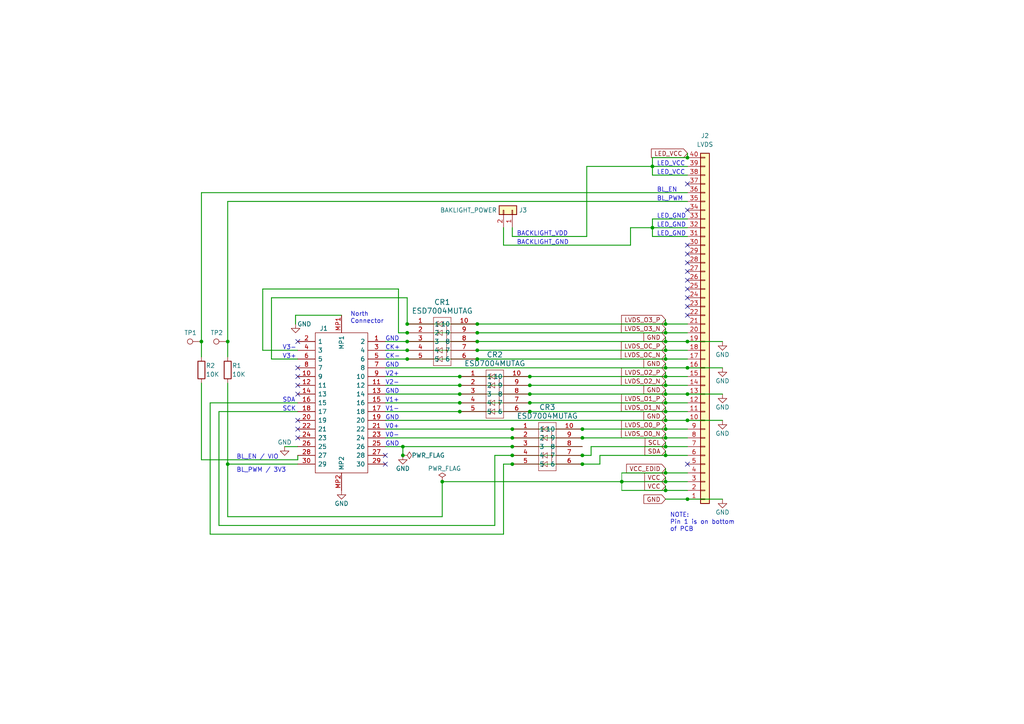
<source format=kicad_sch>
(kicad_sch (version 20231120) (generator "eeschema") (generator_version "8.0")
  (paper "A4")
  (title_block (title "LVDS adapter board") (date "2024-05-13") (rev "V0.09") (company "Copyright (C) 2023-2024 Victor Suarez Rovere") (comment 1 "License:  CERN OHL-S") (comment 2 "PCB design:  Mitch Altman & Victor Suarez Rovere") (comment 3 "Schematics capture:  Mitch Altman & Victor Suarez Rovere") (comment 4 "Circuit design & parts selection:  Victor Suarez Rovere"))
  (lib_symbols
    (symbol "Connector:TestPoint" (pin_numbers hide) (pin_names (offset 0.762) hide)
      (property "Reference" "TP" (at 0 6.858 0))
      (property "Value" "TestPoint" (at 0 5.08 0))
      (symbol "TestPoint_0_1"
        (circle (center 0 3.302) (radius 0.762))
      )
      (symbol "TestPoint_1_1"
        (pin passive line (at 0 0 90) (length 2.54) (name "1") (number "1"))
      )
    )
    (symbol "Connector_Generic:Conn_01x02" (pin_names (offset 1.016) hide)
      (property "Reference" "J" (at 0 2.54 0))
      (property "Value" "Conn_01x02" (at 0 -5.08 0))
      (symbol "Conn_01x02_1_1"
        (rectangle (start -1.27 -2.413) (end 0 -2.667) (stroke (width 0.1524)))
        (rectangle (start -1.27 0.127) (end 0 -0.127) (stroke (width 0.1524)))
        (rectangle (start -1.27 1.27) (end 1.27 -3.81) (stroke (width 0.254)) (fill (type background)))
        (pin passive line (at -5.08 0 0) (length 3.81) (name "Pin_1") (number "1"))
        (pin passive line (at -5.08 -2.54 0) (length 3.81) (name "Pin_2") (number "2"))
      )
    )
    (symbol "Connector_Generic:Conn_01x40" (pin_names (offset 1.016) hide)
      (property "Reference" "J" (at 0 50.8 0))
      (property "Value" "Conn_01x40" (at 0 -53.34 0))
      (symbol "Conn_01x40_1_1"
        (rectangle (start -1.27 -50.673) (end 0 -50.927) (stroke (width 0.1524)))
        (rectangle (start -1.27 -48.133) (end 0 -48.387) (stroke (width 0.1524)))
        (rectangle (start -1.27 -45.593) (end 0 -45.847) (stroke (width 0.1524)))
        (rectangle (start -1.27 -43.053) (end 0 -43.307) (stroke (width 0.1524)))
        (rectangle (start -1.27 -40.513) (end 0 -40.767) (stroke (width 0.1524)))
        (rectangle (start -1.27 -37.973) (end 0 -38.227) (stroke (width 0.1524)))
        (rectangle (start -1.27 -35.433) (end 0 -35.687) (stroke (width 0.1524)))
        (rectangle (start -1.27 -32.893) (end 0 -33.147) (stroke (width 0.1524)))
        (rectangle (start -1.27 -30.353) (end 0 -30.607) (stroke (width 0.1524)))
        (rectangle (start -1.27 -27.813) (end 0 -28.067) (stroke (width 0.1524)))
        (rectangle (start -1.27 -25.273) (end 0 -25.527) (stroke (width 0.1524)))
        (rectangle (start -1.27 -22.733) (end 0 -22.987) (stroke (width 0.1524)))
        (rectangle (start -1.27 -20.193) (end 0 -20.447) (stroke (width 0.1524)))
        (rectangle (start -1.27 -17.653) (end 0 -17.907) (stroke (width 0.1524)))
        (rectangle (start -1.27 -15.113) (end 0 -15.367) (stroke (width 0.1524)))
        (rectangle (start -1.27 -12.573) (end 0 -12.827) (stroke (width 0.1524)))
        (rectangle (start -1.27 -10.033) (end 0 -10.287) (stroke (width 0.1524)))
        (rectangle (start -1.27 -7.493) (end 0 -7.747) (stroke (width 0.1524)))
        (rectangle (start -1.27 -4.953) (end 0 -5.207) (stroke (width 0.1524)))
        (rectangle (start -1.27 -2.413) (end 0 -2.667) (stroke (width 0.1524)))
        (rectangle (start -1.27 0.127) (end 0 -0.127) (stroke (width 0.1524)))
        (rectangle (start -1.27 2.667) (end 0 2.413) (stroke (width 0.1524)))
        (rectangle (start -1.27 5.207) (end 0 4.953) (stroke (width 0.1524)))
        (rectangle (start -1.27 7.747) (end 0 7.493) (stroke (width 0.1524)))
        (rectangle (start -1.27 10.287) (end 0 10.033) (stroke (width 0.1524)))
        (rectangle (start -1.27 12.827) (end 0 12.573) (stroke (width 0.1524)))
        (rectangle (start -1.27 15.367) (end 0 15.113) (stroke (width 0.1524)))
        (rectangle (start -1.27 17.907) (end 0 17.653) (stroke (width 0.1524)))
        (rectangle (start -1.27 20.447) (end 0 20.193) (stroke (width 0.1524)))
        (rectangle (start -1.27 22.987) (end 0 22.733) (stroke (width 0.1524)))
        (rectangle (start -1.27 25.527) (end 0 25.273) (stroke (width 0.1524)))
        (rectangle (start -1.27 28.067) (end 0 27.813) (stroke (width 0.1524)))
        (rectangle (start -1.27 30.607) (end 0 30.353) (stroke (width 0.1524)))
        (rectangle (start -1.27 33.147) (end 0 32.893) (stroke (width 0.1524)))
        (rectangle (start -1.27 35.687) (end 0 35.433) (stroke (width 0.1524)))
        (rectangle (start -1.27 38.227) (end 0 37.973) (stroke (width 0.1524)))
        (rectangle (start -1.27 40.767) (end 0 40.513) (stroke (width 0.1524)))
        (rectangle (start -1.27 43.307) (end 0 43.053) (stroke (width 0.1524)))
        (rectangle (start -1.27 45.847) (end 0 45.593) (stroke (width 0.1524)))
        (rectangle (start -1.27 48.387) (end 0 48.133) (stroke (width 0.1524)))
        (rectangle (start -1.27 49.53) (end 1.27 -52.07) (stroke (width 0.254)) (fill (type background)))
        (pin passive line (at -5.08 48.26 0) (length 3.81) (name "Pin_1") (number "1"))
        (pin passive line (at -5.08 25.4 0) (length 3.81) (name "Pin_10") (number "10"))
        (pin passive line (at -5.08 22.86 0) (length 3.81) (name "Pin_11") (number "11"))
        (pin passive line (at -5.08 20.32 0) (length 3.81) (name "Pin_12") (number "12"))
        (pin passive line (at -5.08 17.78 0) (length 3.81) (name "Pin_13") (number "13"))
        (pin passive line (at -5.08 15.24 0) (length 3.81) (name "Pin_14") (number "14"))
        (pin passive line (at -5.08 12.7 0) (length 3.81) (name "Pin_15") (number "15"))
        (pin passive line (at -5.08 10.16 0) (length 3.81) (name "Pin_16") (number "16"))
        (pin passive line (at -5.08 7.62 0) (length 3.81) (name "Pin_17") (number "17"))
        (pin passive line (at -5.08 5.08 0) (length 3.81) (name "Pin_18") (number "18"))
        (pin passive line (at -5.08 2.54 0) (length 3.81) (name "Pin_19") (number "19"))
        (pin passive line (at -5.08 45.72 0) (length 3.81) (name "Pin_2") (number "2"))
        (pin passive line (at -5.08 0 0) (length 3.81) (name "Pin_20") (number "20"))
        (pin passive line (at -5.08 -2.54 0) (length 3.81) (name "Pin_21") (number "21"))
        (pin passive line (at -5.08 -5.08 0) (length 3.81) (name "Pin_22") (number "22"))
        (pin passive line (at -5.08 -7.62 0) (length 3.81) (name "Pin_23") (number "23"))
        (pin passive line (at -5.08 -10.16 0) (length 3.81) (name "Pin_24") (number "24"))
        (pin passive line (at -5.08 -12.7 0) (length 3.81) (name "Pin_25") (number "25"))
        (pin passive line (at -5.08 -15.24 0) (length 3.81) (name "Pin_26") (number "26"))
        (pin passive line (at -5.08 -17.78 0) (length 3.81) (name "Pin_27") (number "27"))
        (pin passive line (at -5.08 -20.32 0) (length 3.81) (name "Pin_28") (number "28"))
        (pin passive line (at -5.08 -22.86 0) (length 3.81) (name "Pin_29") (number "29"))
        (pin passive line (at -5.08 43.18 0) (length 3.81) (name "Pin_3") (number "3"))
        (pin passive line (at -5.08 -25.4 0) (length 3.81) (name "Pin_30") (number "30"))
        (pin passive line (at -5.08 -27.94 0) (length 3.81) (name "Pin_31") (number "31"))
        (pin passive line (at -5.08 -30.48 0) (length 3.81) (name "Pin_32") (number "32"))
        (pin passive line (at -5.08 -33.02 0) (length 3.81) (name "Pin_33") (number "33"))
        (pin passive line (at -5.08 -35.56 0) (length 3.81) (name "Pin_34") (number "34"))
        (pin passive line (at -5.08 -38.1 0) (length 3.81) (name "Pin_35") (number "35"))
        (pin passive line (at -5.08 -40.64 0) (length 3.81) (name "Pin_36") (number "36"))
        (pin passive line (at -5.08 -43.18 0) (length 3.81) (name "Pin_37") (number "37"))
        (pin passive line (at -5.08 -45.72 0) (length 3.81) (name "Pin_38") (number "38"))
        (pin passive line (at -5.08 -48.26 0) (length 3.81) (name "Pin_39") (number "39"))
        (pin passive line (at -5.08 40.64 0) (length 3.81) (name "Pin_4") (number "4"))
        (pin passive line (at -5.08 -50.8 0) (length 3.81) (name "Pin_40") (number "40"))
        (pin passive line (at -5.08 38.1 0) (length 3.81) (name "Pin_5") (number "5"))
        (pin passive line (at -5.08 35.56 0) (length 3.81) (name "Pin_6") (number "6"))
        (pin passive line (at -5.08 33.02 0) (length 3.81) (name "Pin_7") (number "7"))
        (pin passive line (at -5.08 30.48 0) (length 3.81) (name "Pin_8") (number "8"))
        (pin passive line (at -5.08 27.94 0) (length 3.81) (name "Pin_9") (number "9"))
      )
    )
    (symbol "DF12NB_3.0_-30DP-0.5V_51__1" (pin_names (offset 0.762))
      (property "Reference" "J1" (at 46.99 6.35 90))
      (symbol "DF12NB_3.0_-30DP-0.5V_51__1_0_0"
        (pin passive line (at 50.8 0 180) (length 5.08) (name "MP1") (number "MP1"))
        (pin passive line (at 0 0 0) (length 5.08) (name "MP2") (number "MP2"))
      )
      (symbol "DF12NB_3.0_-30DP-0.5V_51__1_0_1"
        (polyline (pts (xy 5.08 7.62) (xy 45.72 7.62) (xy 45.72 -7.62) (xy 5.08 -7.62) (xy 5.08 7.62)) (stroke (width 0.1524)))
      )
      (symbol "DF12NB_3.0_-30DP-0.5V_51__1_1_0"
        (pin passive line (at 43.18 -12.7 90) (length 5.08) (name "2") (number "1"))
        (pin passive line (at 33.02 12.7 270) (length 5.08) (name "9") (number "10"))
        (pin passive line (at 30.48 -12.7 90) (length 5.08) (name "12") (number "11"))
        (pin passive line (at 30.48 12.7 270) (length 5.08) (name "11") (number "12"))
        (pin passive line (at 27.94 -12.7 90) (length 5.08) (name "14") (number "13"))
        (pin passive line (at 27.94 12.7 270) (length 5.08) (name "13") (number "14"))
        (pin passive line (at 25.4 -12.7 90) (length 5.08) (name "16") (number "15"))
        (pin passive line (at 25.4 12.7 270) (length 5.08) (name "15") (number "16"))
        (pin passive line (at 22.86 -12.7 90) (length 5.08) (name "18") (number "17"))
        (pin passive line (at 22.86 12.7 270) (length 5.08) (name "17") (number "18"))
        (pin passive line (at 20.32 -12.7 90) (length 5.08) (name "20") (number "19"))
        (pin passive line (at 43.18 12.7 270) (length 5.08) (name "1") (number "2"))
        (pin passive line (at 20.32 12.7 270) (length 5.08) (name "19") (number "20"))
        (pin passive line (at 17.78 -12.7 90) (length 5.08) (name "22") (number "21"))
        (pin passive line (at 17.78 12.7 270) (length 5.08) (name "21") (number "22"))
        (pin passive line (at 15.24 -12.7 90) (length 5.08) (name "24") (number "23"))
        (pin passive line (at 15.24 12.7 270) (length 5.08) (name "23") (number "24"))
        (pin passive line (at 12.7 -12.7 90) (length 5.08) (name "26") (number "25"))
        (pin passive line (at 12.7 12.7 270) (length 5.08) (name "25") (number "26"))
        (pin passive line (at 10.16 -12.7 90) (length 5.08) (name "28") (number "27"))
        (pin passive line (at 10.16 12.7 270) (length 5.08) (name "27") (number "28"))
        (pin passive line (at 7.62 -12.7 90) (length 5.08) (name "30") (number "29"))
        (pin passive line (at 40.64 -12.7 90) (length 5.08) (name "4") (number "3"))
        (pin passive line (at 7.62 12.7 270) (length 5.08) (name "29") (number "30"))
        (pin passive line (at 40.64 12.7 270) (length 5.08) (name "3") (number "4"))
        (pin passive line (at 38.1 -12.7 90) (length 5.08) (name "6") (number "5"))
        (pin passive line (at 38.1 12.7 270) (length 5.08) (name "5") (number "6"))
        (pin passive line (at 35.56 -12.7 90) (length 5.08) (name "8") (number "7"))
        (pin passive line (at 35.56 12.7 270) (length 5.08) (name "7") (number "8"))
        (pin passive line (at 33.02 -12.7 90) (length 5.08) (name "10") (number "9"))
      )
    )
    (symbol "Device:R" (pin_numbers hide) (pin_names (offset 0))
      (property "Reference" "R" (at 2.032 0 90))
      (property "Value" "R" (at 0 0 90))
      (symbol "R_0_1"
        (rectangle (start -1.016 -2.54) (end 1.016 2.54) (stroke (width 0.254)))
      )
      (symbol "R_1_1"
        (pin passive line (at 0 3.81 270) (length 1.27) (name "~") (number "1"))
        (pin passive line (at 0 -3.81 90) (length 1.27) (name "~") (number "2"))
      )
    )
    (symbol "ESD7004MUTAG_1" (pin_names (offset 0.254))
      (property "Reference" "CR3" (at 10.16 6.35 0))
      (property "Value" "ESD7004MUTAG" (at 10.16 3.81 0))
      (symbol "ESD7004MUTAG_1_0_1"
        (polyline (pts (xy 7.62 -12.065) (xy 12.7 -12.065)) (stroke (width 0.127)))
        (polyline (pts (xy 7.62 -10.16) (xy 8.89 -10.16)) (stroke (width 0.127)))
        (polyline (pts (xy 7.62 -7.62) (xy 8.89 -7.62)) (stroke (width 0.127)))
        (polyline (pts (xy 7.62 -2.54) (xy 8.89 -2.54)) (stroke (width 0.127)))
        (polyline (pts (xy 7.62 0) (xy 8.89 0)) (stroke (width 0.127)))
        (polyline (pts (xy 7.62 1.905) (xy 7.62 -12.065)) (stroke (width 0.127)))
        (polyline (pts (xy 8.89 -10.922) (xy 8.636 -10.922)) (stroke (width 0.127)))
        (polyline (pts (xy 8.89 -10.16) (xy 10.16 -10.922)) (stroke (width 0.127)))
        (polyline (pts (xy 8.89 -9.398) (xy 8.89 -10.922)) (stroke (width 0.127)))
        (polyline (pts (xy 8.89 -9.398) (xy 9.144 -9.398)) (stroke (width 0.127)))
        (polyline (pts (xy 8.89 -8.382) (xy 8.636 -8.382)) (stroke (width 0.127)))
        (polyline (pts (xy 8.89 -7.62) (xy 10.16 -8.382)) (stroke (width 0.127)))
        (polyline (pts (xy 8.89 -6.858) (xy 8.89 -8.382)) (stroke (width 0.127)))
        (polyline (pts (xy 8.89 -6.858) (xy 9.144 -6.858)) (stroke (width 0.127)))
        (polyline (pts (xy 8.89 -3.302) (xy 8.636 -3.302)) (stroke (width 0.127)))
        (polyline (pts (xy 8.89 -2.54) (xy 10.16 -3.302)) (stroke (width 0.127)))
        (polyline (pts (xy 8.89 -1.778) (xy 8.89 -3.302)) (stroke (width 0.127)))
        (polyline (pts (xy 8.89 -1.778) (xy 9.144 -1.778)) (stroke (width 0.127)))
        (polyline (pts (xy 8.89 -0.762) (xy 8.636 -0.762)) (stroke (width 0.127)))
        (polyline (pts (xy 8.89 0) (xy 10.16 -0.762)) (stroke (width 0.127)))
        (polyline (pts (xy 8.89 0.762) (xy 8.89 -0.762)) (stroke (width 0.127)))
        (polyline (pts (xy 8.89 0.762) (xy 9.144 0.762)) (stroke (width 0.127)))
        (polyline (pts (xy 10.16 -10.922) (xy 10.16 -9.398)) (stroke (width 0.127)))
        (polyline (pts (xy 10.16 -10.16) (xy 11.43 -10.16)) (stroke (width 0.127)))
        (polyline (pts (xy 10.16 -9.398) (xy 8.89 -10.16)) (stroke (width 0.127)))
        (polyline (pts (xy 10.16 -8.382) (xy 10.16 -6.858)) (stroke (width 0.127)))
        (polyline (pts (xy 10.16 -7.62) (xy 11.43 -7.62)) (stroke (width 0.127)))
        (polyline (pts (xy 10.16 -6.858) (xy 8.89 -7.62)) (stroke (width 0.127)))
        (polyline (pts (xy 10.16 -3.302) (xy 10.16 -1.778)) (stroke (width 0.127)))
        (polyline (pts (xy 10.16 -2.54) (xy 11.43 -2.54)) (stroke (width 0.127)))
        (polyline (pts (xy 10.16 -1.778) (xy 8.89 -2.54)) (stroke (width 0.127)))
        (polyline (pts (xy 10.16 -0.762) (xy 10.16 0.762)) (stroke (width 0.127)))
        (polyline (pts (xy 10.16 0) (xy 11.43 0)) (stroke (width 0.127)))
        (polyline (pts (xy 10.16 0.762) (xy 8.89 0)) (stroke (width 0.127)))
        (polyline (pts (xy 11.43 0) (xy 11.43 -10.16)) (stroke (width 0.127)))
        (polyline (pts (xy 12.7 -12.065) (xy 12.7 1.905)) (stroke (width 0.127)))
        (polyline (pts (xy 12.7 -5.08) (xy 7.62 -5.08)) (stroke (width 0.127)))
        (polyline (pts (xy 12.7 1.905) (xy 7.62 1.905)) (stroke (width 0.127)))
        (circle (center 11.43 -7.62) (radius 0.127) (stroke (width 0.254)))
        (circle (center 11.43 -5.08) (radius 0.127) (stroke (width 0.254)))
        (circle (center 11.43 -2.54) (radius 0.127) (stroke (width 0.254)))
      )
      (symbol "ESD7004MUTAG_1_1_1"
        (pin passive line (at 0 0 0) (length 7.62) (name "1") (number "1"))
        (pin passive line (at 20.32 0 180) (length 7.62) (name "10") (number "10"))
        (pin passive line (at 0 -2.54 0) (length 7.62) (name "2") (number "2"))
        (pin passive line (at 0 -5.08 0) (length 7.62) (name "3") (number "3"))
        (pin passive line (at 0 -7.62 0) (length 7.62) (name "4") (number "4"))
        (pin passive line (at 0 -10.16 0) (length 7.62) (name "5") (number "5"))
        (pin passive line (at 20.32 -10.16 180) (length 7.62) (name "6") (number "6"))
        (pin passive line (at 20.32 -7.62 180) (length 7.62) (name "7") (number "7"))
        (pin passive line (at 20.32 -5.08 180) (length 7.62) (name "8") (number "8"))
        (pin passive line (at 20.32 -2.54 180) (length 7.62) (name "9") (number "9"))
      )
    )
    (symbol "ESD7004MUTAG_2" (pin_names (offset 0.254))
      (property "Reference" "CR1" (at 10.16 6.35 0))
      (property "Value" "ESD7004MUTAG" (at 10.16 3.81 0))
      (symbol "ESD7004MUTAG_2_0_1"
        (polyline (pts (xy 7.62 -12.065) (xy 12.7 -12.065)) (stroke (width 0.127)))
        (polyline (pts (xy 7.62 -10.16) (xy 8.89 -10.16)) (stroke (width 0.127)))
        (polyline (pts (xy 7.62 -7.62) (xy 8.89 -7.62)) (stroke (width 0.127)))
        (polyline (pts (xy 7.62 -2.54) (xy 8.89 -2.54)) (stroke (width 0.127)))
        (polyline (pts (xy 7.62 0) (xy 8.89 0)) (stroke (width 0.127)))
        (polyline (pts (xy 7.62 1.905) (xy 7.62 -12.065)) (stroke (width 0.127)))
        (polyline (pts (xy 8.89 -10.922) (xy 8.636 -10.922)) (stroke (width 0.127)))
        (polyline (pts (xy 8.89 -10.16) (xy 10.16 -10.922)) (stroke (width 0.127)))
        (polyline (pts (xy 8.89 -9.398) (xy 8.89 -10.922)) (stroke (width 0.127)))
        (polyline (pts (xy 8.89 -9.398) (xy 9.144 -9.398)) (stroke (width 0.127)))
        (polyline (pts (xy 8.89 -8.382) (xy 8.636 -8.382)) (stroke (width 0.127)))
        (polyline (pts (xy 8.89 -7.62) (xy 10.16 -8.382)) (stroke (width 0.127)))
        (polyline (pts (xy 8.89 -6.858) (xy 8.89 -8.382)) (stroke (width 0.127)))
        (polyline (pts (xy 8.89 -6.858) (xy 9.144 -6.858)) (stroke (width 0.127)))
        (polyline (pts (xy 8.89 -3.302) (xy 8.636 -3.302)) (stroke (width 0.127)))
        (polyline (pts (xy 8.89 -2.54) (xy 10.16 -3.302)) (stroke (width 0.127)))
        (polyline (pts (xy 8.89 -1.778) (xy 8.89 -3.302)) (stroke (width 0.127)))
        (polyline (pts (xy 8.89 -1.778) (xy 9.144 -1.778)) (stroke (width 0.127)))
        (polyline (pts (xy 8.89 -0.762) (xy 8.636 -0.762)) (stroke (width 0.127)))
        (polyline (pts (xy 8.89 0) (xy 10.16 -0.762)) (stroke (width 0.127)))
        (polyline (pts (xy 8.89 0.762) (xy 8.89 -0.762)) (stroke (width 0.127)))
        (polyline (pts (xy 8.89 0.762) (xy 9.144 0.762)) (stroke (width 0.127)))
        (polyline (pts (xy 10.16 -10.922) (xy 10.16 -9.398)) (stroke (width 0.127)))
        (polyline (pts (xy 10.16 -10.16) (xy 11.43 -10.16)) (stroke (width 0.127)))
        (polyline (pts (xy 10.16 -9.398) (xy 8.89 -10.16)) (stroke (width 0.127)))
        (polyline (pts (xy 10.16 -8.382) (xy 10.16 -6.858)) (stroke (width 0.127)))
        (polyline (pts (xy 10.16 -7.62) (xy 11.43 -7.62)) (stroke (width 0.127)))
        (polyline (pts (xy 10.16 -6.858) (xy 8.89 -7.62)) (stroke (width 0.127)))
        (polyline (pts (xy 10.16 -3.302) (xy 10.16 -1.778)) (stroke (width 0.127)))
        (polyline (pts (xy 10.16 -2.54) (xy 11.43 -2.54)) (stroke (width 0.127)))
        (polyline (pts (xy 10.16 -1.778) (xy 8.89 -2.54)) (stroke (width 0.127)))
        (polyline (pts (xy 10.16 -0.762) (xy 10.16 0.762)) (stroke (width 0.127)))
        (polyline (pts (xy 10.16 0) (xy 11.43 0)) (stroke (width 0.127)))
        (polyline (pts (xy 10.16 0.762) (xy 8.89 0)) (stroke (width 0.127)))
        (polyline (pts (xy 11.43 0) (xy 11.43 -10.16)) (stroke (width 0.127)))
        (polyline (pts (xy 12.7 -12.065) (xy 12.7 1.905)) (stroke (width 0.127)))
        (polyline (pts (xy 12.7 -5.08) (xy 7.62 -5.08)) (stroke (width 0.127)))
        (polyline (pts (xy 12.7 1.905) (xy 7.62 1.905)) (stroke (width 0.127)))
        (circle (center 11.43 -7.62) (radius 0.127) (stroke (width 0.254)))
        (circle (center 11.43 -5.08) (radius 0.127) (stroke (width 0.254)))
        (circle (center 11.43 -2.54) (radius 0.127) (stroke (width 0.254)))
      )
      (symbol "ESD7004MUTAG_2_1_1"
        (pin passive line (at 0 0 0) (length 7.62) (name "1") (number "1"))
        (pin passive line (at 20.32 0 180) (length 7.62) (name "10") (number "10"))
        (pin passive line (at 0 -2.54 0) (length 7.62) (name "2") (number "2"))
        (pin passive line (at 0 -5.08 0) (length 7.62) (name "3") (number "3"))
        (pin passive line (at 0 -7.62 0) (length 7.62) (name "4") (number "4"))
        (pin passive line (at 0 -10.16 0) (length 7.62) (name "5") (number "5"))
        (pin passive line (at 20.32 -10.16 180) (length 7.62) (name "6") (number "6"))
        (pin passive line (at 20.32 -7.62 180) (length 7.62) (name "7") (number "7"))
        (pin passive line (at 20.32 -5.08 180) (length 7.62) (name "8") (number "8"))
        (pin passive line (at 20.32 -2.54 180) (length 7.62) (name "9") (number "9"))
      )
    )
    (symbol "ESD7004MUTAG_3" (pin_names (offset 0.254))
      (property "Reference" "CR2" (at 10.16 6.35 0))
      (property "Value" "ESD7004MUTAG" (at 10.16 3.81 0))
      (symbol "ESD7004MUTAG_3_0_1"
        (polyline (pts (xy 7.62 -12.065) (xy 12.7 -12.065)) (stroke (width 0.127)))
        (polyline (pts (xy 7.62 -10.16) (xy 8.89 -10.16)) (stroke (width 0.127)))
        (polyline (pts (xy 7.62 -7.62) (xy 8.89 -7.62)) (stroke (width 0.127)))
        (polyline (pts (xy 7.62 -2.54) (xy 8.89 -2.54)) (stroke (width 0.127)))
        (polyline (pts (xy 7.62 0) (xy 8.89 0)) (stroke (width 0.127)))
        (polyline (pts (xy 7.62 1.905) (xy 7.62 -12.065)) (stroke (width 0.127)))
        (polyline (pts (xy 8.89 -10.922) (xy 8.636 -10.922)) (stroke (width 0.127)))
        (polyline (pts (xy 8.89 -10.16) (xy 10.16 -10.922)) (stroke (width 0.127)))
        (polyline (pts (xy 8.89 -9.398) (xy 8.89 -10.922)) (stroke (width 0.127)))
        (polyline (pts (xy 8.89 -9.398) (xy 9.144 -9.398)) (stroke (width 0.127)))
        (polyline (pts (xy 8.89 -8.382) (xy 8.636 -8.382)) (stroke (width 0.127)))
        (polyline (pts (xy 8.89 -7.62) (xy 10.16 -8.382)) (stroke (width 0.127)))
        (polyline (pts (xy 8.89 -6.858) (xy 8.89 -8.382)) (stroke (width 0.127)))
        (polyline (pts (xy 8.89 -6.858) (xy 9.144 -6.858)) (stroke (width 0.127)))
        (polyline (pts (xy 8.89 -3.302) (xy 8.636 -3.302)) (stroke (width 0.127)))
        (polyline (pts (xy 8.89 -2.54) (xy 10.16 -3.302)) (stroke (width 0.127)))
        (polyline (pts (xy 8.89 -1.778) (xy 8.89 -3.302)) (stroke (width 0.127)))
        (polyline (pts (xy 8.89 -1.778) (xy 9.144 -1.778)) (stroke (width 0.127)))
        (polyline (pts (xy 8.89 -0.762) (xy 8.636 -0.762)) (stroke (width 0.127)))
        (polyline (pts (xy 8.89 0) (xy 10.16 -0.762)) (stroke (width 0.127)))
        (polyline (pts (xy 8.89 0.762) (xy 8.89 -0.762)) (stroke (width 0.127)))
        (polyline (pts (xy 8.89 0.762) (xy 9.144 0.762)) (stroke (width 0.127)))
        (polyline (pts (xy 10.16 -10.922) (xy 10.16 -9.398)) (stroke (width 0.127)))
        (polyline (pts (xy 10.16 -10.16) (xy 11.43 -10.16)) (stroke (width 0.127)))
        (polyline (pts (xy 10.16 -9.398) (xy 8.89 -10.16)) (stroke (width 0.127)))
        (polyline (pts (xy 10.16 -8.382) (xy 10.16 -6.858)) (stroke (width 0.127)))
        (polyline (pts (xy 10.16 -7.62) (xy 11.43 -7.62)) (stroke (width 0.127)))
        (polyline (pts (xy 10.16 -6.858) (xy 8.89 -7.62)) (stroke (width 0.127)))
        (polyline (pts (xy 10.16 -3.302) (xy 10.16 -1.778)) (stroke (width 0.127)))
        (polyline (pts (xy 10.16 -2.54) (xy 11.43 -2.54)) (stroke (width 0.127)))
        (polyline (pts (xy 10.16 -1.778) (xy 8.89 -2.54)) (stroke (width 0.127)))
        (polyline (pts (xy 10.16 -0.762) (xy 10.16 0.762)) (stroke (width 0.127)))
        (polyline (pts (xy 10.16 0) (xy 11.43 0)) (stroke (width 0.127)))
        (polyline (pts (xy 10.16 0.762) (xy 8.89 0)) (stroke (width 0.127)))
        (polyline (pts (xy 11.43 0) (xy 11.43 -10.16)) (stroke (width 0.127)))
        (polyline (pts (xy 12.7 -12.065) (xy 12.7 1.905)) (stroke (width 0.127)))
        (polyline (pts (xy 12.7 -5.08) (xy 7.62 -5.08)) (stroke (width 0.127)))
        (polyline (pts (xy 12.7 1.905) (xy 7.62 1.905)) (stroke (width 0.127)))
        (circle (center 11.43 -7.62) (radius 0.127) (stroke (width 0.254)))
        (circle (center 11.43 -5.08) (radius 0.127) (stroke (width 0.254)))
        (circle (center 11.43 -2.54) (radius 0.127) (stroke (width 0.254)))
      )
      (symbol "ESD7004MUTAG_3_1_1"
        (pin passive line (at 0 0 0) (length 7.62) (name "1") (number "1"))
        (pin passive line (at 20.32 0 180) (length 7.62) (name "10") (number "10"))
        (pin passive line (at 0 -2.54 0) (length 7.62) (name "2") (number "2"))
        (pin passive line (at 0 -5.08 0) (length 7.62) (name "3") (number "3"))
        (pin passive line (at 0 -7.62 0) (length 7.62) (name "4") (number "4"))
        (pin passive line (at 0 -10.16 0) (length 7.62) (name "5") (number "5"))
        (pin passive line (at 20.32 -10.16 180) (length 7.62) (name "6") (number "6"))
        (pin passive line (at 20.32 -7.62 180) (length 7.62) (name "7") (number "7"))
        (pin passive line (at 20.32 -5.08 180) (length 7.62) (name "8") (number "8"))
        (pin passive line (at 20.32 -2.54 180) (length 7.62) (name "9") (number "9"))
      )
    )
    (symbol "power:GND" (power) (pin_names (offset 0))
      (property "Value" "GND" (at 0 -3.81 0))
      (symbol "GND_0_1"
        (polyline (pts (xy 0 0) (xy 0 -1.27) (xy 1.27 -1.27) (xy 0 -2.54) (xy -1.27 -1.27) (xy 0 -1.27)))
      )
      (symbol "GND_1_1"
        (pin power_in line (at 0 0 270) (length 0) hide (name "GND") (number "1"))
      )
    )
    (symbol "power:PWR_FLAG" (power) (pin_numbers hide) (pin_names (offset 0) hide)
      (property "Value" "PWR_FLAG" (at 0 3.81 0))
      (symbol "PWR_FLAG_0_0"
        (pin power_out line (at 0 0 90) (length 0) (name "pwr") (number "1"))
      )
      (symbol "PWR_FLAG_0_1"
        (polyline (pts (xy 0 0) (xy 0 1.27) (xy -1.016 1.905) (xy 0 2.54) (xy 1.016 1.905) (xy 0 1.27)))
      )
    )
  )
  (junction (at 199.39 144.78))
  (junction (at 138.43 101.6))
  (junction (at 153.67 109.22))
  (junction (at 193.04 106.68))
  (junction (at 193.04 139.7))
  (junction (at 116.84 132.08))
  (junction (at 189.23 48.26))
  (junction (at 180.34 139.7))
  (junction (at 138.43 96.52))
  (junction (at 168.91 127))
  (junction (at 193.04 96.52))
  (junction (at 168.91 134.62))
  (junction (at 193.04 119.38))
  (junction (at 118.11 93.98))
  (junction (at 138.43 93.98))
  (junction (at 138.43 99.06))
  (junction (at 66.04 134.62))
  (junction (at 193.04 114.3))
  (junction (at 193.04 127))
  (junction (at 118.11 101.6))
  (junction (at 133.35 109.22))
  (junction (at 199.39 99.06))
  (junction (at 199.39 45.72))
  (junction (at 193.04 99.06))
  (junction (at 168.91 132.08))
  (junction (at 189.23 66.04))
  (junction (at 153.67 119.38))
  (junction (at 133.35 114.3))
  (junction (at 193.04 116.84))
  (junction (at 118.11 104.14))
  (junction (at 116.84 129.54))
  (junction (at 118.11 99.06))
  (junction (at 193.04 104.14))
  (junction (at 138.43 104.14))
  (junction (at 193.04 121.92))
  (junction (at 118.11 96.52))
  (junction (at 133.35 111.76))
  (junction (at 168.91 124.46))
  (junction (at 193.04 137.16))
  (junction (at 148.59 129.54))
  (junction (at 193.04 142.24))
  (junction (at 193.04 109.22))
  (junction (at 133.35 116.84))
  (junction (at 193.04 132.08))
  (junction (at 133.35 119.38))
  (junction (at 193.04 111.76))
  (junction (at 193.04 93.98))
  (junction (at 58.42 99.06))
  (junction (at 199.39 106.68))
  (junction (at 148.59 124.46))
  (junction (at 66.04 99.06))
  (junction (at 193.04 129.54))
  (junction (at 153.67 116.84))
  (junction (at 199.39 121.92))
  (junction (at 128.27 139.7))
  (junction (at 153.67 114.3))
  (junction (at 199.39 114.3))
  (junction (at 193.04 101.6))
  (junction (at 148.59 134.62))
  (junction (at 153.67 111.76))
  (junction (at 148.59 132.08))
  (junction (at 148.59 127))
  (junction (at 193.04 124.46))
  (no_connect (at 111.76 132.08))
  (no_connect (at 199.39 71.12))
  (no_connect (at 86.36 106.68))
  (no_connect (at 86.36 111.76))
  (no_connect (at 86.36 109.22))
  (no_connect (at 199.39 134.62))
  (no_connect (at 199.39 86.36))
  (no_connect (at 86.36 99.06))
  (no_connect (at 199.39 60.96))
  (no_connect (at 86.36 124.46))
  (no_connect (at 199.39 53.34))
  (no_connect (at 199.39 83.82))
  (no_connect (at 86.36 114.3))
  (no_connect (at 111.76 134.62))
  (no_connect (at 199.39 78.74))
  (no_connect (at 86.36 127))
  (no_connect (at 199.39 91.44))
  (no_connect (at 199.39 81.28))
  (no_connect (at 199.39 76.2))
  (no_connect (at 86.36 121.92))
  (no_connect (at 199.39 88.9))
  (no_connect (at 199.39 73.66))
  (wire (pts (xy 193.04 138.43) (xy 193.04 139.7)) (stroke (width 0.254)))
  (wire (pts (xy 168.91 124.46) (xy 193.04 124.46)) (stroke (width 0.254)))
  (wire (pts (xy 171.45 132.08) (xy 171.45 129.54)) (stroke (width 0.254)))
  (wire (pts (xy 111.76 109.22) (xy 133.35 109.22)) (stroke (width 0.254)))
  (wire (pts (xy 118.11 104.14) (xy 138.43 104.14)))
  (wire (pts (xy 189.23 68.58) (xy 199.39 68.58)) (stroke (width 0.254)))
  (wire (pts (xy 173.99 132.08) (xy 193.04 132.08)) (stroke (width 0.254)))
  (wire (pts (xy 138.43 96.52) (xy 193.04 96.52)) (stroke (width 0.254)))
  (wire (pts (xy 193.04 92.71) (xy 193.04 93.98)) (stroke (width 0.254)))
  (wire (pts (xy 148.59 129.54) (xy 168.91 129.54)))
  (wire (pts (xy 66.04 103.505) (xy 66.04 99.06)) (stroke (width 0.254)))
  (wire (pts (xy 193.04 99.06) (xy 199.39 99.06)) (stroke (width 0.254)))
  (wire (pts (xy 76.2 101.6) (xy 86.36 101.6)) (stroke (width 0.254)))
  (wire (pts (xy 193.04 116.84) (xy 199.39 116.84)) (stroke (width 0.254)))
  (wire (pts (xy 148.59 132.08) (xy 168.91 132.08)))
  (wire (pts (xy 193.04 137.16) (xy 199.39 137.16)) (stroke (width 0.254)))
  (wire (pts (xy 111.76 104.14) (xy 118.11 104.14)) (stroke (width 0.254)))
  (wire (pts (xy 111.76 119.38) (xy 133.35 119.38)) (stroke (width 0.254)))
  (wire (pts (xy 63.5 152.4) (xy 143.51 152.4)) (stroke (width 0.254)))
  (wire (pts (xy 111.76 101.6) (xy 118.11 101.6)) (stroke (width 0.254)))
  (wire (pts (xy 199.39 99.06) (xy 209.55 99.06)) (stroke (width 0.254)))
  (wire (pts (xy 193.04 102.87) (xy 193.04 104.14)) (stroke (width 0.254)))
  (wire (pts (xy 171.45 129.54) (xy 193.04 129.54)) (stroke (width 0.254)))
  (wire (pts (xy 189.23 66.04) (xy 189.23 68.58)) (stroke (width 0.254)))
  (wire (pts (xy 138.43 101.6) (xy 193.04 101.6)) (stroke (width 0.254)))
  (wire (pts (xy 199.39 144.78) (xy 193.04 144.78)) (stroke (width 0.254)))
  (wire (pts (xy 66.04 99.06) (xy 66.04 58.42)) (stroke (width 0.254)))
  (wire (pts (xy 189.23 63.5) (xy 199.39 63.5)) (stroke (width 0.254)))
  (wire (pts (xy 66.04 134.62) (xy 66.04 149.86)) (stroke (width 0.254)))
  (wire (pts (xy 168.91 132.08) (xy 171.45 132.08)) (stroke (width 0.254)))
  (wire (pts (xy 78.74 86.36) (xy 78.74 104.14)) (stroke (width 0.254)))
  (wire (pts (xy 58.42 99.06) (xy 58.42 55.88)) (stroke (width 0.254)))
  (wire (pts (xy 116.84 129.54) (xy 148.59 129.54)) (stroke (width 0.254)))
  (wire (pts (xy 182.88 66.04) (xy 189.23 66.04)) (stroke (width 0.254)))
  (wire (pts (xy 133.35 114.3) (xy 153.67 114.3)))
  (wire (pts (xy 60.96 116.84) (xy 86.36 116.84)) (stroke (width 0.254)))
  (wire (pts (xy 193.04 128.27) (xy 193.04 129.54)) (stroke (width 0.254)))
  (wire (pts (xy 148.59 134.62) (xy 168.91 134.62)))
  (wire (pts (xy 193.04 110.49) (xy 193.04 111.76)) (stroke (width 0.254)))
  (wire (pts (xy 111.76 124.46) (xy 148.59 124.46)) (stroke (width 0.254)))
  (wire (pts (xy 189.23 66.04) (xy 199.39 66.04)) (stroke (width 0.254)))
  (wire (pts (xy 193.04 124.46) (xy 199.39 124.46)) (stroke (width 0.254)))
  (wire (pts (xy 199.39 121.92) (xy 209.55 121.92)) (stroke (width 0.254)))
  (wire (pts (xy 76.2 83.82) (xy 76.2 101.6)) (stroke (width 0.254)))
  (wire (pts (xy 193.04 107.95) (xy 193.04 109.22)) (stroke (width 0.254)))
  (wire (pts (xy 116.84 129.54) (xy 116.84 132.08)) (stroke (width 0.254)))
  (wire (pts (xy 168.91 127) (xy 193.04 127)) (stroke (width 0.254)))
  (wire (pts (xy 118.11 101.6) (xy 138.43 101.6)))
  (wire (pts (xy 173.99 134.62) (xy 173.99 132.08)) (stroke (width 0.254)))
  (wire (pts (xy 118.11 93.98) (xy 138.43 93.98)))
  (wire (pts (xy 170.18 48.26) (xy 189.23 48.26)) (stroke (width 0.254)))
  (wire (pts (xy 78.74 86.36) (xy 118.11 86.36)) (stroke (width 0.254)))
  (wire (pts (xy 153.67 111.76) (xy 193.04 111.76)) (stroke (width 0.254)))
  (wire (pts (xy 193.04 120.65) (xy 193.04 121.92)) (stroke (width 0.254)))
  (wire (pts (xy 111.76 106.68) (xy 193.04 106.68)) (stroke (width 0.254)))
  (wire (pts (xy 58.42 133.35) (xy 86.36 133.35)) (stroke (width 0.254)))
  (wire (pts (xy 193.04 105.41) (xy 193.04 106.68)) (stroke (width 0.254)))
  (wire (pts (xy 138.43 93.98) (xy 193.04 93.98)) (stroke (width 0.254)))
  (wire (pts (xy 193.04 96.52) (xy 199.39 96.52)) (stroke (width 0.254)))
  (wire (pts (xy 182.88 66.04) (xy 182.88 71.12)) (stroke (width 0.254)))
  (wire (pts (xy 199.39 106.68) (xy 209.55 106.68)) (stroke (width 0.254)))
  (wire (pts (xy 66.04 149.86) (xy 128.27 149.86)) (stroke (width 0.254)))
  (wire (pts (xy 182.88 71.12) (xy 146.05 71.12)) (stroke (width 0.254)))
  (wire (pts (xy 111.76 111.76) (xy 133.35 111.76)) (stroke (width 0.254)))
  (wire (pts (xy 60.96 116.84) (xy 60.96 154.94)) (stroke (width 0.254)))
  (wire (pts (xy 82.55 129.54) (xy 86.36 129.54)) (stroke (width 0.254)))
  (wire (pts (xy 111.76 116.84) (xy 133.35 116.84)) (stroke (width 0.254)))
  (wire (pts (xy 189.23 50.8) (xy 199.39 50.8)) (stroke (width 0.254)))
  (wire (pts (xy 133.35 109.22) (xy 153.67 109.22)))
  (wire (pts (xy 60.96 154.94) (xy 146.05 154.94)) (stroke (width 0.254)))
  (wire (pts (xy 193.04 142.24) (xy 199.39 142.24)) (stroke (width 0.254)))
  (wire (pts (xy 193.04 101.6) (xy 199.39 101.6)) (stroke (width 0.254)))
  (wire (pts (xy 66.04 111.125) (xy 66.04 134.62)) (stroke (width 0.254)))
  (wire (pts (xy 180.34 137.16) (xy 180.34 139.7)))
  (wire (pts (xy 78.74 104.14) (xy 86.36 104.14)) (stroke (width 0.254)))
  (wire (pts (xy 143.51 132.08) (xy 148.59 132.08)) (stroke (width 0.254)))
  (wire (pts (xy 189.23 48.26) (xy 189.23 50.8)) (stroke (width 0.254)))
  (wire (pts (xy 180.34 139.7) (xy 180.34 142.24)))
  (wire (pts (xy 58.42 55.88) (xy 199.39 55.88)) (stroke (width 0.254)))
  (wire (pts (xy 189.23 45.72) (xy 189.23 48.26)) (stroke (width 0.254)))
  (wire (pts (xy 133.35 111.76) (xy 153.67 111.76)))
  (wire (pts (xy 193.04 119.38) (xy 199.39 119.38)) (stroke (width 0.254)))
  (wire (pts (xy 63.5 119.38) (xy 63.5 152.4)) (stroke (width 0.254)))
  (wire (pts (xy 170.18 48.26) (xy 170.18 68.58)) (stroke (width 0.254)))
  (wire (pts (xy 193.04 100.33) (xy 193.04 101.6)) (stroke (width 0.254)))
  (wire (pts (xy 193.04 125.73) (xy 193.04 127)) (stroke (width 0.254)))
  (wire (pts (xy 193.04 114.3) (xy 199.39 114.3)) (stroke (width 0.254)))
  (wire (pts (xy 86.36 133.35) (xy 86.36 132.08)) (stroke (width 0.254)))
  (wire (pts (xy 153.67 114.3) (xy 193.04 114.3)) (stroke (width 0.254)))
  (wire (pts (xy 58.42 133.35) (xy 58.42 111.125)) (stroke (width 0.254)))
  (wire (pts (xy 180.34 139.7) (xy 193.04 139.7)) (stroke (width 0.254)))
  (wire (pts (xy 193.04 135.89) (xy 193.04 137.16)) (stroke (width 0.254)))
  (wire (pts (xy 138.43 99.06) (xy 193.04 99.06)) (stroke (width 0.254)))
  (wire (pts (xy 193.04 109.22) (xy 199.39 109.22)) (stroke (width 0.254)))
  (wire (pts (xy 153.67 119.38) (xy 193.04 119.38)) (stroke (width 0.254)))
  (wire (pts (xy 66.04 134.62) (xy 86.36 134.62)) (stroke (width 0.254)))
  (wire (pts (xy 199.39 114.3) (xy 209.55 114.3)) (stroke (width 0.254)))
  (wire (pts (xy 111.76 129.54) (xy 116.84 129.54)) (stroke (width 0.254)))
  (wire (pts (xy 199.39 144.78) (xy 193.04 144.78)))
  (wire (pts (xy 66.04 58.42) (xy 199.39 58.42)) (stroke (width 0.254)))
  (wire (pts (xy 199.39 44.45) (xy 199.39 45.72)) (stroke (width 0.254)))
  (wire (pts (xy 199.39 144.78) (xy 209.55 144.78)) (stroke (width 0.254)))
  (wire (pts (xy 99.06 91.44) (xy 85.725 91.44)) (stroke (width 0.254)))
  (wire (pts (xy 193.04 130.81) (xy 193.04 132.08)) (stroke (width 0.254)))
  (wire (pts (xy 146.05 66.04) (xy 146.05 71.12)) (stroke (width 0.254)))
  (wire (pts (xy 193.04 113.03) (xy 193.04 114.3)) (stroke (width 0.254)))
  (wire (pts (xy 85.725 91.44) (xy 85.725 93.98)) (stroke (width 0.254)))
  (wire (pts (xy 180.34 142.24) (xy 193.04 142.24)) (stroke (width 0.254)))
  (wire (pts (xy 193.04 140.97) (xy 193.04 142.24)) (stroke (width 0.254)))
  (wire (pts (xy 133.35 116.84) (xy 153.67 116.84)))
  (wire (pts (xy 118.11 99.06) (xy 138.43 99.06)))
  (wire (pts (xy 111.76 127) (xy 148.59 127)) (stroke (width 0.254)))
  (wire (pts (xy 133.35 119.38) (xy 153.67 119.38)))
  (wire (pts (xy 148.59 127) (xy 168.91 127)))
  (wire (pts (xy 146.05 134.62) (xy 148.59 134.62)) (stroke (width 0.254)))
  (wire (pts (xy 189.23 63.5) (xy 189.23 66.04)) (stroke (width 0.254)))
  (wire (pts (xy 138.43 104.14) (xy 193.04 104.14)) (stroke (width 0.254)))
  (wire (pts (xy 193.04 106.68) (xy 199.39 106.68)) (stroke (width 0.254)))
  (wire (pts (xy 143.51 152.4) (xy 143.51 132.08)) (stroke (width 0.254)))
  (wire (pts (xy 115.57 83.82) (xy 115.57 96.52)) (stroke (width 0.254)))
  (wire (pts (xy 118.11 86.36) (xy 118.11 93.98)) (stroke (width 0.254)))
  (wire (pts (xy 193.04 104.14) (xy 199.39 104.14)) (stroke (width 0.254)))
  (wire (pts (xy 193.04 115.57) (xy 193.04 116.84)) (stroke (width 0.254)))
  (wire (pts (xy 63.5 119.38) (xy 86.36 119.38)) (stroke (width 0.254)))
  (wire (pts (xy 193.04 123.19) (xy 193.04 124.46)) (stroke (width 0.254)))
  (wire (pts (xy 148.59 66.04) (xy 148.59 68.58)) (stroke (width 0.254)))
  (wire (pts (xy 153.67 109.22) (xy 193.04 109.22)) (stroke (width 0.254)))
  (wire (pts (xy 153.67 116.84) (xy 193.04 116.84)) (stroke (width 0.254)))
  (wire (pts (xy 193.04 139.7) (xy 199.39 139.7)) (stroke (width 0.254)))
  (wire (pts (xy 168.91 134.62) (xy 173.99 134.62)) (stroke (width 0.254)))
  (wire (pts (xy 111.76 114.3) (xy 133.35 114.3)) (stroke (width 0.254)))
  (wire (pts (xy 193.04 97.79) (xy 193.04 99.06)) (stroke (width 0.254)))
  (wire (pts (xy 148.59 68.58) (xy 170.18 68.58)) (stroke (width 0.254)))
  (wire (pts (xy 128.27 149.86) (xy 128.27 139.7)) (stroke (width 0.254)))
  (wire (pts (xy 128.27 139.7) (xy 180.34 139.7)) (stroke (width 0.254)))
  (wire (pts (xy 193.04 118.11) (xy 193.04 119.38)) (stroke (width 0.254)))
  (wire (pts (xy 146.05 154.94) (xy 146.05 134.62)) (stroke (width 0.254)))
  (wire (pts (xy 199.39 45.72) (xy 189.23 45.72)) (stroke (width 0.254)))
  (wire (pts (xy 115.57 83.82) (xy 76.2 83.82)) (stroke (width 0.254)))
  (wire (pts (xy 115.57 96.52) (xy 118.11 96.52)) (stroke (width 0.254)))
  (wire (pts (xy 189.23 48.26) (xy 199.39 48.26)) (stroke (width 0.254)))
  (wire (pts (xy 148.59 124.46) (xy 168.91 124.46)))
  (wire (pts (xy 180.34 137.16) (xy 193.04 137.16)) (stroke (width 0.254)))
  (wire (pts (xy 193.04 129.54) (xy 199.39 129.54)) (stroke (width 0.254)))
  (wire (pts (xy 111.76 99.06) (xy 118.11 99.06)) (stroke (width 0.254)))
  (wire (pts (xy 58.42 103.505) (xy 58.42 99.06)) (stroke (width 0.254)))
  (wire (pts (xy 193.04 111.76) (xy 199.39 111.76)) (stroke (width 0.254)))
  (wire (pts (xy 193.04 121.92) (xy 199.39 121.92)) (stroke (width 0.254)))
  (wire (pts (xy 193.04 132.08) (xy 199.39 132.08)) (stroke (width 0.254)))
  (wire (pts (xy 193.04 95.25) (xy 193.04 96.52)) (stroke (width 0.254)))
  (wire (pts (xy 118.11 96.52) (xy 138.43 96.52)))
  (wire (pts (xy 111.76 121.92) (xy 193.04 121.92)) (stroke (width 0.254)))
  (wire (pts (xy 193.04 127) (xy 199.39 127)) (stroke (width 0.254)))
  (wire (pts (xy 193.04 93.98) (xy 199.39 93.98)) (stroke (width 0.254)))
  (text "V0-" (at 111.76 127 0) (effects (font (size 1.27 1.27)) (justify left bottom)))
  (text "BACKLIGHT_VDD" (at 149.86 68.58 0) (effects (font (size 1.27 1.27)) (justify left bottom)))
  (text "CK+" (at 111.76 101.6 0) (effects (font (size 1.27 1.27)) (justify left bottom)))
  (text "V2-" (at 111.76 111.76 0) (effects (font (size 1.27 1.27)) (justify left bottom)))
  (text "BL_PWM" (at 190.5 58.42 0) (effects (font (size 1.27 1.27)) (justify left bottom)))
  (text "V2+" (at 111.76 109.22 0) (effects (font (size 1.27 1.27)) (justify left bottom)))
  (text "V0+" (at 111.76 124.46 0) (effects (font (size 1.27 1.27)) (justify left bottom)))
  (text "V3+" (at 81.915 104.14 0) (effects (font (size 1.27 1.27)) (justify left bottom)))
  (text "LED_GND" (at 190.5 68.58 0) (effects (font (size 1.27 1.27)) (justify left bottom)))
  (text "V3-" (at 81.915 101.6 0) (effects (font (size 1.27 1.27)) (justify left bottom)))
  (text "GND" (at 111.76 106.68 0) (effects (font (size 1.27 1.27)) (justify left bottom)))
  (text "LED_GND" (at 190.5 66.04 0) (effects (font (size 1.27 1.27)) (justify left bottom)))
  (text "LED_VCC" (at 190.5 48.26 0) (effects (font (size 1.27 1.27)) (justify left bottom)))
  (text "GND" (at 111.76 114.3 0) (effects (font (size 1.27 1.27)) (justify left bottom)))
  (text "V1+" (at 111.76 116.84 0) (effects (font (size 1.27 1.27)) (justify left bottom)))
  (text "BL_PWM / 3V3" (at 68.58 137.16 0) (effects (font (size 1.27 1.27)) (justify left bottom)))
  (text "NOTE:\nPin 1 is on bottom\nof PCB" (at 194.31 154.305 0) (effects (font (size 1.27 1.27)) (justify left bottom)))
  (text "SCK" (at 81.915 119.38 0) (effects (font (size 1.27 1.27)) (justify left bottom)))
  (text "LED_GND" (at 190.5 63.5 0) (effects (font (size 1.27 1.27)) (justify left bottom)))
  (text "GND" (at 111.76 121.92 0) (effects (font (size 1.27 1.27)) (justify left bottom)))
  (text "BL_EN / VIO" (at 68.58 133.35 0) (effects (font (size 1.27 1.27)) (justify left bottom)))
  (text "SDA" (at 81.915 116.84 0) (effects (font (size 1.27 1.27)) (justify left bottom)))
  (text "GND" (at 111.76 99.06 0) (effects (font (size 1.27 1.27)) (justify left bottom)))
  (text "V1-" (at 111.76 119.38 0) (effects (font (size 1.27 1.27)) (justify left bottom)))
  (text "BACKLIGHT_GND" (at 149.86 71.12 0) (effects (font (size 1.27 1.27)) (justify left bottom)))
  (text "North\nConnector" (at 101.6 93.98 0) (effects (font (size 1.27 1.27)) (justify left bottom)))
  (text "BL_EN" (at 190.5 55.88 0) (effects (font (size 1.27 1.27)) (justify left bottom)))
  (text "GND" (at 111.76 129.54 0) (effects (font (size 1.27 1.27)) (justify left bottom)))
  (text "LED_VCC" (at 190.5 50.8 0) (effects (font (size 1.27 1.27)) (justify left bottom)))
  (text "CK-" (at 111.76 104.14 0) (effects (font (size 1.27 1.27)) (justify left bottom)))
  (global_label "LVDS_OC_N" (shape input) (at 193.04 102.87 180) (property "Intersheetrefs" "${INTERSHEET_REFS}" (effects (hide yes))))
  (global_label "LVDS_O2_N" (shape input) (at 193.04 110.49 180) (property "Intersheetrefs" "${INTERSHEET_REFS}" (effects (hide yes))))
  (global_label "LVDS_O2_P" (shape input) (at 193.04 107.95 180) (property "Intersheetrefs" "${INTERSHEET_REFS}" (effects (hide yes))))
  (global_label "LVDS_O0_P" (shape input) (at 193.04 123.19 180) (property "Intersheetrefs" "${INTERSHEET_REFS}" (effects (hide yes))))
  (global_label "GND" (shape input) (at 193.04 97.79 180) (property "Intersheetrefs" "${INTERSHEET_REFS}" (effects (hide yes))))
  (global_label "GND" (shape input) (at 193.04 120.65 180) (property "Intersheetrefs" "${INTERSHEET_REFS}" (effects (hide yes))))
  (global_label "LVDS_O3_N" (shape input) (at 193.04 95.25 180) (property "Intersheetrefs" "${INTERSHEET_REFS}" (effects (hide yes))))
  (global_label "GND" (shape input) (at 193.04 144.78 180) (property "Intersheetrefs" "${INTERSHEET_REFS}" (effects (hide yes))))
  (global_label "LVDS_O3_P" (shape input) (at 193.04 92.71 180) (property "Intersheetrefs" "${INTERSHEET_REFS}" (effects (hide yes))))
  (global_label "SCL" (shape input) (at 193.04 128.27 180) (property "Intersheetrefs" "${INTERSHEET_REFS}" (effects (hide yes))))
  (global_label "SDA" (shape input) (at 193.04 130.81 180) (property "Intersheetrefs" "${INTERSHEET_REFS}" (effects (hide yes))))
  (global_label "VCC" (shape input) (at 193.04 140.97 180) (property "Intersheetrefs" "${INTERSHEET_REFS}" (effects (hide yes))))
  (global_label "VCC_EDID" (shape input) (at 193.04 135.89 180) (property "Intersheetrefs" "${INTERSHEET_REFS}" (effects (hide yes))))
  (global_label "GND" (shape input) (at 193.04 105.41 180) (property "Intersheetrefs" "${INTERSHEET_REFS}" (effects (hide yes))))
  (global_label "LVDS_O0_N" (shape input) (at 193.04 125.73 180) (property "Intersheetrefs" "${INTERSHEET_REFS}" (effects (hide yes))))
  (global_label "LED_VCC" (shape input) (at 199.39 44.45 180) (property "Intersheetrefs" "${INTERSHEET_REFS}" (effects (hide yes))))
  (global_label "LVDS_O1_P" (shape input) (at 193.04 115.57 180) (property "Intersheetrefs" "${INTERSHEET_REFS}" (effects (hide yes))))
  (global_label "LVDS_O1_N" (shape input) (at 193.04 118.11 180) (property "Intersheetrefs" "${INTERSHEET_REFS}" (effects (hide yes))))
  (global_label "LVDS_OC_P" (shape input) (at 193.04 100.33 180) (property "Intersheetrefs" "${INTERSHEET_REFS}" (effects (hide yes))))
  (global_label "VCC" (shape input) (at 193.04 138.43 180) (property "Intersheetrefs" "${INTERSHEET_REFS}" (effects (hide yes))))
  (global_label "GND" (shape input) (at 193.04 113.03 180) (property "Intersheetrefs" "${INTERSHEET_REFS}" (effects (hide yes))))
  (symbol (lib_id "Connector_Generic:Conn_01x40") (at 204.47 96.52 0) (mirror x) (unit 1)
    (property "Reference" "J2" (at 204.47 39.37 0))
    (property "Value" "LVDS" (at 204.47 41.91 0))
    (property "Footprint" "Connector_FFC-FPC:Hirose_FH12-40S-0.5SH_1x40-1MP_P0.50mm_Horizontal" (effects (hide yes)))
  )
  (symbol (lib_name "ESD7004MUTAG_1") (lib_id "ESD7004:ESD7004MUTAG") (at 148.59 124.46 0) (unit 1)
    (property "Reference" "CR3" (at 158.75 118.11 0) (effects (font (size 1.524 1.524))))
    (property "Value" "ESD7004MUTAG" (at 158.75 120.65 0) (effects (font (size 1.524 1.524))))
    (property "Footprint" "ESD7004:UDFN10_517BB_ONS-L" (effects (hide yes)))
  )
  (symbol (lib_id "power:GND") (at 209.55 121.92 0) (unit 1)
    (property "Reference" "#PWR06" (effects (hide yes)))
    (property "Value" "GND" (at 209.55 125.73 0))
  )
  (symbol (lib_id "power:GND") (at 85.725 93.98 0) (unit 1)
    (property "Reference" "#PWR02" (effects (hide yes)))
    (property "Value" "GND" (at 88.265 93.98 0))
  )
  (symbol (lib_id "power:GND") (at 209.55 99.06 0) (unit 1)
    (property "Reference" "#PWR03" (effects (hide yes)))
    (property "Value" "GND" (at 209.55 102.87 0))
  )
  (symbol (lib_id "power:GND") (at 82.55 129.54 0) (unit 1)
    (property "Reference" "#PWR0101" (effects (hide yes)))
    (property "Value" "GND" (at 82.55 128.27 0))
  )
  (symbol (lib_id "power:PWR_FLAG") (at 116.84 132.08 270) (unit 1)
    (property "Reference" "#FLG01" (effects (hide yes)))
    (property "Value" "PWR_FLAG" (at 119.38 132.08 90) (effects (justify left)))
  )
  (symbol (lib_name "ESD7004MUTAG_3") (lib_id "ESD7004:ESD7004MUTAG") (at 133.35 109.22 0) (unit 1)
    (property "Reference" "CR2" (at 143.51 102.87 0) (effects (font (size 1.524 1.524))))
    (property "Value" "ESD7004MUTAG" (at 143.51 105.41 0) (effects (font (size 1.524 1.524))))
    (property "Footprint" "ESD7004:UDFN10_517BB_ONS-L" (effects (hide yes)))
  )
  (symbol (lib_id "power:GND") (at 116.84 132.08 0) (unit 1)
    (property "Reference" "#PWR0102" (effects (hide yes)))
    (property "Value" "GND" (at 116.84 135.89 0))
  )
  (symbol (lib_id "Device:R") (at 58.42 107.315 0) (unit 1)
    (property "Reference" "R2" (at 59.69 106.045 0) (effects (justify left)))
    (property "Value" "10K" (at 59.69 108.585 0) (effects (justify left)))
    (property "Footprint" "Resistor_SMD:R_0402_1005Metric" (effects (hide yes)))
    (property "LCSC Part Number" "C60489" (effects (hide yes)))
  )
  (symbol (lib_id "Connector_Generic:Conn_01x02") (at 148.59 60.96 270) (mirror x) (unit 1)
    (property "Reference" "J3" (at 150.495 60.96 90) (effects (justify left)))
    (property "Value" "BAKLIGHT_POWER" (at 127.635 60.96 90) (effects (justify left)))
    (property "Footprint" "Connector_PinHeader_2.54mm:PinHeader_1x02_P2.54mm_Vertical" (effects (hide yes)))
  )
  (symbol (lib_id "Connector:TestPoint") (at 66.04 99.06 90) (unit 1)
    (property "Reference" "TP2" (at 62.865 96.52 90))
    (property "Value" "TestPoint" (effects (hide yes)))
    (property "Footprint" "TestPoint:TestPoint_Pad_1.0x1.0mm" (effects (hide yes)))
  )
  (symbol (lib_id "power:PWR_FLAG") (at 128.27 139.7 0) (unit 1)
    (property "Reference" "#FLG02" (effects (hide yes)))
    (property "Value" "PWR_FLAG" (at 128.905 135.89 0))
  )
  (symbol (lib_name "ESD7004MUTAG_2") (lib_id "ESD7004:ESD7004MUTAG") (at 118.11 93.98 0) (unit 1)
    (property "Reference" "CR1" (at 128.27 87.63 0) (effects (font (size 1.524 1.524))))
    (property "Value" "ESD7004MUTAG" (at 128.27 90.17 0) (effects (font (size 1.524 1.524))))
    (property "Footprint" "ESD7004:UDFN10_517BB_ONS-L" (effects (hide yes)))
  )
  (symbol (lib_id "power:GND") (at 209.55 114.3 0) (unit 1)
    (property "Reference" "#PWR05" (effects (hide yes)))
    (property "Value" "GND" (at 209.55 118.11 0))
  )
  (symbol (lib_id "power:GND") (at 99.06 142.24 0) (unit 1)
    (property "Reference" "#PWR01" (effects (hide yes)))
    (property "Value" "GND" (at 99.06 146.05 0))
  )
  (symbol (lib_id "power:GND") (at 209.55 144.78 0) (unit 1)
    (property "Reference" "#PWR08" (effects (hide yes)))
    (property "Value" "GND" (at 209.55 148.59 0))
  )
  (symbol (lib_id "Connector:TestPoint") (at 58.42 99.06 90) (unit 1)
    (property "Reference" "TP1" (at 55.245 96.52 90))
    (property "Value" "TestPoint" (effects (hide yes)))
    (property "Footprint" "TestPoint:TestPoint_Pad_1.0x1.0mm" (effects (hide yes)))
  )
  (symbol (lib_id "power:GND") (at 209.55 106.68 0) (unit 1)
    (property "Reference" "#PWR04" (effects (hide yes)))
    (property "Value" "GND" (at 209.55 110.49 0))
  )
  (symbol (lib_name "DF12NB_3.0_-30DP-0.5V_51__1") (lib_id "DF12NB_3.0_-30DP-0.5V_51_:DF12NB_3.0_-30DP-0.5V_51_") (at 99.06 142.24 90) (unit 1)
    (property "Reference" "J1" (at 92.71 95.25 90) (effects (justify right)))
    (property "Value" "DF12NB(3.0)-30DS-0.5V(51)" (effects (hide yes)))
    (property "Footprint" "Library:DF12NB3030DP05V51" (effects (hide yes)))
    (property "Description" "30 Position Connector Header, Outer Shroud Contacts Surface Mount Gold" (effects (hide yes)))
    (property "Height" "2.5" (effects (hide yes)))
    (property "Manufacturer_Part_Number" "DF12NB(3.0)-30DP-0.5V(51)" (effects (hide yes)))
    (property "Manufacturer_Name" "Hirose" (effects (hide yes)))
  )
  (symbol (lib_id "Device:R") (at 66.04 107.315 0) (unit 1)
    (property "Reference" "R1" (at 67.31 106.045 0) (effects (justify left)))
    (property "Value" "10K" (at 67.31 108.585 0) (effects (justify left)))
    (property "Footprint" "Resistor_SMD:R_0402_1005Metric" (effects (hide yes)))
    (property "LCSC Part Number" "C60489" (effects (hide yes)))
  )
)
</source>
